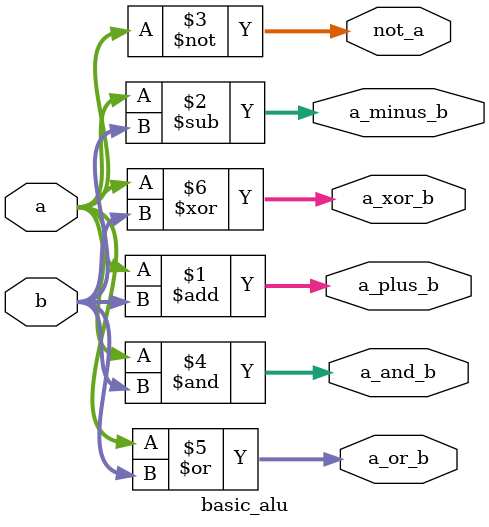
<source format=sv>
module basic_alu (  /*AUTOARG*/
    // Outputs
    a_plus_b,
    a_minus_b,
    not_a,
    a_and_b,
    a_or_b,
    a_xor_b,
    // Inputs
    a,
    b
);
  parameter int DATA_WIDTH = 32;

  input [DATA_WIDTH-1:0] a;
  input [DATA_WIDTH-1:0] b;
  output logic [DATA_WIDTH-1:0] a_plus_b;
  output logic [DATA_WIDTH-1:0] a_minus_b;
  output logic [DATA_WIDTH-1:0] not_a;
  output logic [DATA_WIDTH-1:0] a_and_b;
  output logic [DATA_WIDTH-1:0] a_or_b;
  output logic [DATA_WIDTH-1:0] a_xor_b;

  assign a_plus_b = a + b;
  assign a_minus_b = a - b;
  assign not_a = ~a;
  assign a_and_b = a & b;
  assign a_or_b = a | b;
  assign a_xor_b = a ^ b;


endmodule

</source>
